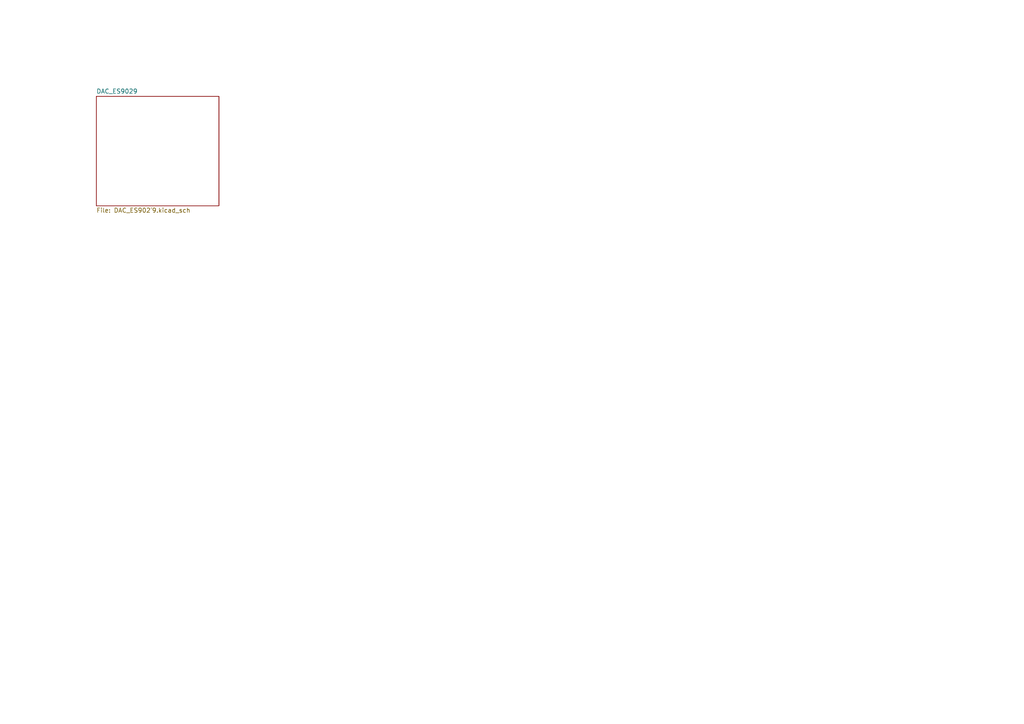
<source format=kicad_sch>
(kicad_sch (version 20211123) (generator eeschema)
  (paper "A4")
  (lib_symbols)
  (sheet (at 27.94 27.94) (size 35.56 31.75) (stroke (width 0.1524))
    (property "Sheet name" "DAC_ES9029" (at 27.94 27.2284 0) (effects (justify left bottom)))
    (property "Sheet file" "DAC_ES902´9.kicad_sch" (at 27.94 60.2746 0) (effects (justify left top)))
  )
)
</source>
